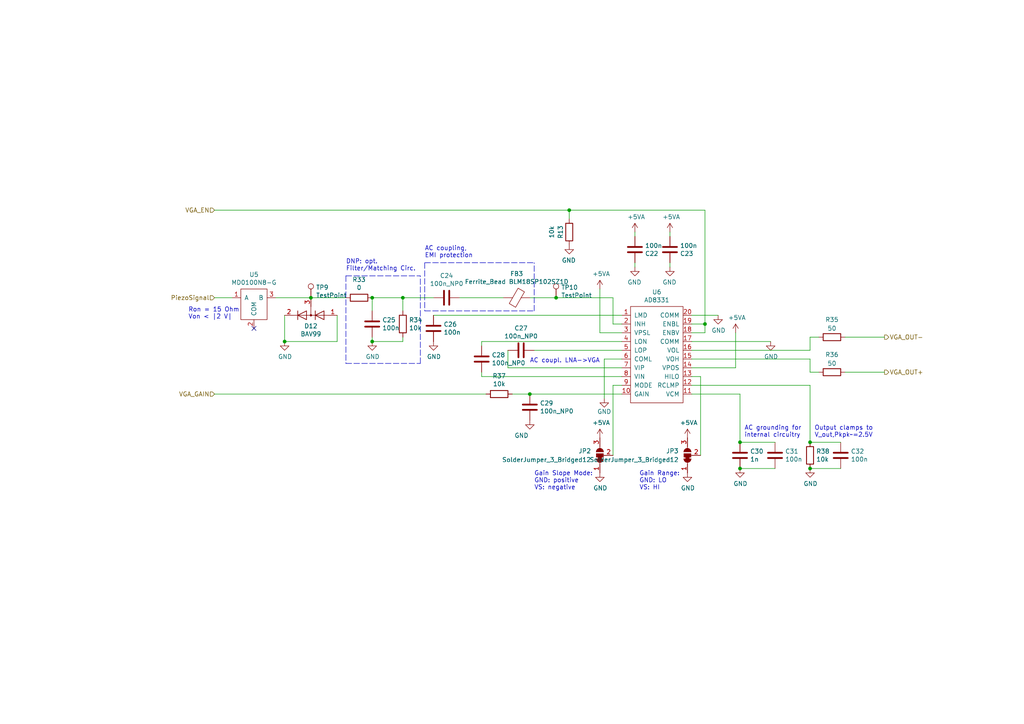
<source format=kicad_sch>
(kicad_sch (version 20211123) (generator eeschema)
  (paper "A4")
  (lib_symbols
    (symbol "Connector:TestPoint" (pin_numbers hide) (pin_names (offset 0.762) hide)
      (property "Reference" "TP" (at 0 6.858 0))
      (property "Value" "TestPoint" (at 0 5.08 0))
      (symbol "TestPoint_0_1"
        (circle (center 0 3.302) (radius 0.762))
      )
      (symbol "TestPoint_1_1"
        (pin passive line (at 0 0 90) (length 2.54) (name "1") (number "1"))
      )
    )
    (symbol "Device:C" (pin_numbers hide) (pin_names (offset 0.254))
      (property "Reference" "C" (at 0.635 2.54 0))
      (property "Value" "C" (at 0.635 -2.54 0))
      (symbol "C_0_1"
        (polyline (pts (xy -2.032 -0.762) (xy 2.032 -0.762)) (stroke (width 0.508)))
        (polyline (pts (xy -2.032 0.762) (xy 2.032 0.762)) (stroke (width 0.508)))
      )
      (symbol "C_1_1"
        (pin passive line (at 0 3.81 270) (length 2.794) (name "~") (number "1"))
        (pin passive line (at 0 -3.81 90) (length 2.794) (name "~") (number "2"))
      )
    )
    (symbol "Device:FerriteBead" (pin_numbers hide) (pin_names (offset 0))
      (property "Reference" "FB" (at -3.81 0.635 90))
      (property "Value" "FerriteBead" (at 3.81 0 90))
      (symbol "FerriteBead_0_1"
        (polyline (pts (xy 0 -1.27) (xy 0 -1.2192)))
        (polyline (pts (xy 0 1.27) (xy 0 1.2954)))
        (polyline (pts (xy -2.7686 0.4064) (xy -1.7018 2.2606) (xy 2.7686 -0.3048) (xy 1.6764 -2.159) (xy -2.7686 0.4064)))
      )
      (symbol "FerriteBead_1_1"
        (pin passive line (at 0 3.81 270) (length 2.54) (name "~") (number "1"))
        (pin passive line (at 0 -3.81 90) (length 2.54) (name "~") (number "2"))
      )
    )
    (symbol "Device:R" (pin_numbers hide) (pin_names (offset 0))
      (property "Reference" "R" (at 2.032 0 90))
      (property "Value" "R" (at 0 0 90))
      (symbol "R_0_1"
        (rectangle (start -1.016 -2.54) (end 1.016 2.54) (stroke (width 0.254)))
      )
      (symbol "R_1_1"
        (pin passive line (at 0 3.81 270) (length 1.27) (name "~") (number "1"))
        (pin passive line (at 0 -3.81 90) (length 1.27) (name "~") (number "2"))
      )
    )
    (symbol "Diode:BAV99" (pin_names hide)
      (property "Reference" "D" (at 0 5.08 0))
      (property "Value" "BAV99" (at 0 2.54 0))
      (symbol "BAV99_0_1"
        (polyline (pts (xy -5.08 0) (xy 5.08 0)))
      )
      (symbol "BAV99_1_1"
        (polyline (pts (xy 0 0) (xy 0 -2.54)))
        (polyline (pts (xy -1.27 -1.27) (xy -1.27 1.27) (xy -1.27 1.27)) (stroke (width 0.2032)))
        (polyline (pts (xy 3.81 1.27) (xy 3.81 -1.27) (xy 3.81 -1.27)) (stroke (width 0.2032)))
        (polyline (pts (xy -3.81 1.27) (xy -1.27 0) (xy -3.81 -1.27) (xy -3.81 1.27) (xy -3.81 1.27) (xy -3.81 1.27)) (stroke (width 0.2032)))
        (polyline (pts (xy 1.27 1.27) (xy 3.81 0) (xy 1.27 -1.27) (xy 1.27 1.27) (xy 1.27 1.27) (xy 1.27 1.27)) (stroke (width 0.2032)))
        (circle (center 0 0) (radius 0.254) (fill (type outline)))
        (pin passive line (at -7.62 0 0) (length 2.54) (name "K") (number "1"))
        (pin passive line (at 7.62 0 180) (length 2.54) (name "A") (number "2"))
        (pin passive line (at 0 -5.08 90) (length 2.54) (name "K") (number "3"))
      )
    )
    (symbol "Jumper:SolderJumper_3_Bridged12" (pin_names (offset 0) hide)
      (property "Reference" "JP" (at -2.54 -2.54 0))
      (property "Value" "SolderJumper_3_Bridged12" (at 0 2.794 0))
      (symbol "SolderJumper_3_Bridged12_0_1"
        (rectangle (start -1.016 0.508) (end -0.508 -0.508) (fill (type outline)))
        (arc (start -1.016 1.016) (mid -2.032 0) (end -1.016 -1.016))
        (arc (start -1.016 1.016) (mid -2.032 0) (end -1.016 -1.016) (fill (type outline)))
        (rectangle (start -0.508 1.016) (end 0.508 -1.016) (fill (type outline)))
        (polyline (pts (xy -2.54 0) (xy -2.032 0)))
        (polyline (pts (xy -1.016 1.016) (xy -1.016 -1.016)))
        (polyline (pts (xy 0 -1.27) (xy 0 -1.016)))
        (polyline (pts (xy 1.016 1.016) (xy 1.016 -1.016)))
        (polyline (pts (xy 2.54 0) (xy 2.032 0)))
        (arc (start 1.016 -1.016) (mid 2.032 0) (end 1.016 1.016))
        (arc (start 1.016 -1.016) (mid 2.032 0) (end 1.016 1.016) (fill (type outline)))
      )
      (symbol "SolderJumper_3_Bridged12_1_1"
        (pin passive line (at -5.08 0 0) (length 2.54) (name "A") (number "1"))
        (pin passive line (at 0 -3.81 90) (length 2.54) (name "C") (number "2"))
        (pin passive line (at 5.08 0 180) (length 2.54) (name "B") (number "3"))
      )
    )
    (symbol "UserLibrary:AD8331-Piezo_New" (pin_names (offset 1.016))
      (property "Reference" "U3" (at 0 13.081 0))
      (property "Value" "AD8331-Piezo_New" (at 0 10.7696 0))
      (symbol "AD8331-Piezo_New_0_1"
        (rectangle (start -7.62 8.89) (end 7.62 -19.05))
      )
      (symbol "AD8331-Piezo_New_1_1"
        (pin bidirectional line (at -10.16 6.35 0) (length 2.54) (name "LMD") (number "1"))
        (pin bidirectional line (at -10.16 -16.51 0) (length 2.54) (name "GAIN") (number "10"))
        (pin bidirectional line (at 10.16 -16.51 180) (length 2.54) (name "VCM") (number "11"))
        (pin bidirectional line (at 10.16 -13.97 180) (length 2.54) (name "RCLMP") (number "12"))
        (pin bidirectional line (at 10.16 -11.43 180) (length 2.54) (name "HILO") (number "13"))
        (pin bidirectional line (at 10.16 -8.89 180) (length 2.54) (name "VPOS") (number "14"))
        (pin bidirectional line (at 10.16 -6.35 180) (length 2.54) (name "VOH") (number "15"))
        (pin bidirectional line (at 10.16 -3.81 180) (length 2.54) (name "VOL") (number "16"))
        (pin bidirectional line (at 10.16 -1.27 180) (length 2.54) (name "COMM") (number "17"))
        (pin bidirectional line (at 10.16 1.27 180) (length 2.54) (name "ENBV") (number "18"))
        (pin bidirectional line (at 10.16 3.81 180) (length 2.54) (name "ENBL") (number "19"))
        (pin bidirectional line (at -10.16 3.81 0) (length 2.54) (name "INH") (number "2"))
        (pin bidirectional line (at 10.16 6.35 180) (length 2.54) (name "COMM") (number "20"))
        (pin bidirectional line (at -10.16 1.27 0) (length 2.54) (name "VPSL") (number "3"))
        (pin bidirectional line (at -10.16 -1.27 0) (length 2.54) (name "LON") (number "4"))
        (pin bidirectional line (at -10.16 -3.81 0) (length 2.54) (name "LOP") (number "5"))
        (pin bidirectional line (at -10.16 -6.35 0) (length 2.54) (name "COML") (number "6"))
        (pin bidirectional line (at -10.16 -8.89 0) (length 2.54) (name "VIP") (number "7"))
        (pin bidirectional line (at -10.16 -11.43 0) (length 2.54) (name "VIN") (number "8"))
        (pin bidirectional line (at -10.16 -13.97 0) (length 2.54) (name "MODE") (number "9"))
      )
    )
    (symbol "UserLibrary:MD0100N8-G-Piezo_New" (pin_names (offset 1.016))
      (property "Reference" "U1" (at 0 2.921 0))
      (property "Value" "MD0100N8-G-Piezo_New" (at 0 0.6096 0))
      (symbol "MD0100N8-G-Piezo_New_0_1"
        (rectangle (start 3.81 -1.27) (end -3.81 -10.16))
      )
      (symbol "MD0100N8-G-Piezo_New_1_1"
        (pin bidirectional line (at -6.35 -3.81 0) (length 2.54) (name "A") (number "1"))
        (pin bidirectional line (at 0 -12.7 90) (length 2.54) (name "COM") (number "2"))
        (pin bidirectional line (at 6.35 -3.81 180) (length 2.54) (name "B") (number "3"))
      )
    )
    (symbol "power:+5VA" (power) (pin_names (offset 0))
      (property "Value" "+5VA" (at 0 3.556 0))
      (symbol "+5VA_0_1"
        (polyline (pts (xy -0.762 1.27) (xy 0 2.54)))
        (polyline (pts (xy 0 0) (xy 0 2.54)))
        (polyline (pts (xy 0 2.54) (xy 0.762 1.27)))
      )
      (symbol "+5VA_1_1"
        (pin power_in line (at 0 0 90) (length 0) hide (name "+5VA") (number "1"))
      )
    )
    (symbol "power:GND" (power) (pin_names (offset 0))
      (property "Value" "GND" (at 0 -3.81 0))
      (symbol "GND_0_1"
        (polyline (pts (xy 0 0) (xy 0 -1.27) (xy 1.27 -1.27) (xy 0 -2.54) (xy -1.27 -1.27) (xy 0 -1.27)))
      )
      (symbol "GND_1_1"
        (pin power_in line (at 0 0 270) (length 0) hide (name "GND") (number "1"))
      )
    )
  )
  (junction (at 204.47 93.98))
  (junction (at 82.55 99.06))
  (junction (at 116.84 86.36))
  (junction (at 107.95 86.36))
  (junction (at 161.29 86.36))
  (junction (at 214.63 135.89))
  (junction (at 214.63 128.27))
  (junction (at 107.95 99.06))
  (junction (at 234.95 135.89))
  (junction (at 90.17 86.36))
  (junction (at 165.1 60.96))
  (junction (at 153.67 114.3))
  (junction (at 234.95 128.27))
  (no_connect (at 73.66 95.25))
  (wire (pts (xy 177.8 86.36) (xy 177.8 93.98)))
  (wire (pts (xy 147.32 101.6) (xy 147.32 106.68)))
  (wire (pts (xy 214.63 135.89) (xy 224.79 135.89)))
  (polyline (pts (xy 100.33 80.01) (xy 121.92 80.01)))
  (polyline (pts (xy 100.33 80.01) (xy 100.33 105.41)))
  (wire (pts (xy 200.66 99.06) (xy 223.52 99.06)))
  (wire (pts (xy 214.63 128.27) (xy 214.63 114.3)))
  (wire (pts (xy 200.66 106.68) (xy 213.36 106.68)))
  (wire (pts (xy 234.95 107.95) (xy 237.49 107.95)))
  (wire (pts (xy 116.84 86.36) (xy 125.73 86.36)))
  (wire (pts (xy 214.63 114.3) (xy 200.66 114.3)))
  (wire (pts (xy 234.95 101.6) (xy 234.95 97.79)))
  (wire (pts (xy 116.84 99.06) (xy 116.84 97.79)))
  (wire (pts (xy 165.1 63.5) (xy 165.1 60.96)))
  (wire (pts (xy 107.95 99.06) (xy 116.84 99.06)))
  (wire (pts (xy 148.59 114.3) (xy 153.67 114.3)))
  (wire (pts (xy 140.97 114.3) (xy 62.23 114.3)))
  (wire (pts (xy 139.7 99.06) (xy 180.34 99.06)))
  (polyline (pts (xy 154.94 90.17) (xy 154.94 76.2)))
  (wire (pts (xy 177.8 111.76) (xy 180.34 111.76)))
  (wire (pts (xy 80.01 86.36) (xy 90.17 86.36)))
  (wire (pts (xy 90.17 86.36) (xy 100.33 86.36)))
  (wire (pts (xy 204.47 96.52) (xy 200.66 96.52)))
  (wire (pts (xy 203.2 109.22) (xy 200.66 109.22)))
  (wire (pts (xy 139.7 107.95) (xy 139.7 109.22)))
  (wire (pts (xy 82.55 99.06) (xy 97.79 99.06)))
  (wire (pts (xy 82.55 91.44) (xy 82.55 99.06)))
  (wire (pts (xy 200.66 104.14) (xy 234.95 104.14)))
  (wire (pts (xy 175.26 104.14) (xy 175.26 115.57)))
  (wire (pts (xy 146.05 86.36) (xy 133.35 86.36)))
  (wire (pts (xy 173.99 83.82) (xy 173.99 96.52)))
  (polyline (pts (xy 123.19 76.2) (xy 154.94 76.2)))
  (wire (pts (xy 204.47 93.98) (xy 204.47 60.96)))
  (wire (pts (xy 203.2 109.22) (xy 203.2 132.08)))
  (wire (pts (xy 180.34 104.14) (xy 175.26 104.14)))
  (wire (pts (xy 234.95 128.27) (xy 243.84 128.27)))
  (wire (pts (xy 204.47 93.98) (xy 200.66 93.98)))
  (wire (pts (xy 107.95 86.36) (xy 116.84 86.36)))
  (wire (pts (xy 97.79 91.44) (xy 97.79 99.06)))
  (wire (pts (xy 213.36 96.52) (xy 213.36 106.68)))
  (wire (pts (xy 62.23 86.36) (xy 67.31 86.36)))
  (polyline (pts (xy 123.19 90.17) (xy 154.94 90.17)))
  (wire (pts (xy 125.73 91.44) (xy 180.34 91.44)))
  (wire (pts (xy 139.7 109.22) (xy 180.34 109.22)))
  (wire (pts (xy 204.47 93.98) (xy 204.47 96.52)))
  (wire (pts (xy 194.31 67.31) (xy 194.31 68.58)))
  (polyline (pts (xy 100.33 105.41) (xy 121.92 105.41)))
  (wire (pts (xy 234.95 128.27) (xy 234.95 111.76)))
  (wire (pts (xy 200.66 111.76) (xy 234.95 111.76)))
  (wire (pts (xy 194.31 77.47) (xy 194.31 76.2)))
  (polyline (pts (xy 123.19 76.2) (xy 123.19 90.17)))
  (wire (pts (xy 139.7 99.06) (xy 139.7 100.33)))
  (wire (pts (xy 173.99 96.52) (xy 180.34 96.52)))
  (wire (pts (xy 107.95 99.06) (xy 107.95 97.79)))
  (wire (pts (xy 204.47 60.96) (xy 165.1 60.96)))
  (wire (pts (xy 107.95 86.36) (xy 107.95 90.17)))
  (wire (pts (xy 184.15 77.47) (xy 184.15 76.2)))
  (wire (pts (xy 234.95 135.89) (xy 243.84 135.89)))
  (polyline (pts (xy 121.92 105.41) (xy 121.92 80.01)))
  (wire (pts (xy 154.94 101.6) (xy 180.34 101.6)))
  (wire (pts (xy 234.95 97.79) (xy 237.49 97.79)))
  (wire (pts (xy 177.8 111.76) (xy 177.8 132.08)))
  (wire (pts (xy 200.66 91.44) (xy 208.28 91.44)))
  (wire (pts (xy 245.11 107.95) (xy 256.54 107.95)))
  (wire (pts (xy 184.15 67.31) (xy 184.15 68.58)))
  (wire (pts (xy 153.67 86.36) (xy 161.29 86.36)))
  (wire (pts (xy 153.67 114.3) (xy 180.34 114.3)))
  (wire (pts (xy 165.1 60.96) (xy 62.23 60.96)))
  (wire (pts (xy 245.11 97.79) (xy 256.54 97.79)))
  (wire (pts (xy 234.95 104.14) (xy 234.95 107.95)))
  (wire (pts (xy 200.66 101.6) (xy 234.95 101.6)))
  (wire (pts (xy 147.32 106.68) (xy 180.34 106.68)))
  (wire (pts (xy 161.29 86.36) (xy 177.8 86.36)))
  (wire (pts (xy 214.63 128.27) (xy 224.79 128.27)))
  (wire (pts (xy 116.84 86.36) (xy 116.84 90.17)))
  (wire (pts (xy 177.8 93.98) (xy 180.34 93.98)))
  (text "DNP: opt. \nFilter/Matching Circ." (at 100.33 78.74 0) (effects (font (size 1.27 1.27)) (justify left bottom)))
  (text "Gain Range:\nGND: LO\nVS: HI" (at 185.42 142.24 0) (effects (font (size 1.27 1.27)) (justify left bottom)))
  (text "Output clamps to \nV_out,Pkpk~=2.5V" (at 236.22 127 0) (effects (font (size 1.27 1.27)) (justify left bottom)))
  (text "Gain Slope Mode:\nGND: positive\nVS: negative" (at 154.94 142.24 0) (effects (font (size 1.27 1.27)) (justify left bottom)))
  (text "Ron = 15 Ohm\nVon < |2 V|" (at 54.61 92.71 0) (effects (font (size 1.27 1.27)) (justify left bottom)))
  (text "AC coupling,\nEMI protection" (at 123.19 74.93 0) (effects (font (size 1.27 1.27)) (justify left bottom)))
  (text "AC grounding for \ninternal circuitry" (at 215.9 127 0) (effects (font (size 1.27 1.27)) (justify left bottom)))
  (text "AC coupl. LNA->VGA" (at 153.67 105.41 0) (effects (font (size 1.27 1.27)) (justify left bottom)))
  (hierarchical_label "PiezoSignal" (shape input) (at 62.23 86.36 180))
  (hierarchical_label "VGA_GAIN" (shape input) (at 62.23 114.3 180))
  (hierarchical_label "VGA_EN" (shape input) (at 62.23 60.96 180))
  (hierarchical_label "VGA_OUT-" (shape output) (at 256.54 97.79 0))
  (hierarchical_label "VGA_OUT+" (shape output) (at 256.54 107.95 0))
  (symbol (lib_id "Device:C") (at 139.7 104.14 180) (unit 1)
    (property "Reference" "C28" (at 142.621 102.9716 0) (effects (justify right)))
    (property "Value" "100n_NP0" (at 142.621 105.283 0) (effects (justify right)))
    (property "Footprint" "Capacitor_SMD:C_1206_3216Metric_Pad1.33x1.80mm_HandSolder" (effects hide))
  )
  (symbol (lib_id "power:+5VA") (at 173.99 127 0) (unit 1)
    (property "Reference" "#PWR065" (effects hide))
    (property "Value" "+5VA" (at 174.371 122.6058 0))
  )
  (symbol (lib_id "Device:C") (at 243.84 132.08 0) (unit 1)
    (property "Reference" "C32" (at 246.761 130.9116 0) (effects (justify left)))
    (property "Value" "100n" (at 246.761 133.223 0) (effects (justify left)))
    (property "Footprint" "Capacitor_SMD:C_0603_1608Metric_Pad1.08x0.95mm_HandSolder" (effects hide))
  )
  (symbol (lib_id "power:+5VA") (at 184.15 67.31 0) (unit 1)
    (property "Reference" "#PWR052" (effects hide))
    (property "Value" "+5VA" (at 184.531 62.9158 0))
  )
  (symbol (lib_id "Device:C") (at 184.15 72.39 0) (mirror x) (unit 1)
    (property "Reference" "C22" (at 187.071 73.5584 0) (effects (justify left)))
    (property "Value" "100n" (at 187.071 71.247 0) (effects (justify left)))
    (property "Footprint" "Capacitor_SMD:C_0603_1608Metric_Pad1.08x0.95mm_HandSolder" (effects hide))
  )
  (symbol (lib_id "power:GND") (at 234.95 135.89 0) (unit 1)
    (property "Reference" "#PWR068" (effects hide))
    (property "Value" "GND" (at 235.077 140.2842 0))
  )
  (symbol (lib_id "Device:C") (at 153.67 118.11 0) (unit 1)
    (property "Reference" "C29" (at 156.591 116.9416 0) (effects (justify left)))
    (property "Value" "100n_NP0" (at 156.591 119.253 0) (effects (justify left)))
    (property "Footprint" "Capacitor_SMD:C_1206_3216Metric_Pad1.33x1.80mm_HandSolder" (effects hide))
  )
  (symbol (lib_id "Jumper:SolderJumper_3_Bridged12") (at 173.99 132.08 90) (unit 1)
    (property "Reference" "JP2" (at 171.45 130.8099 90) (effects (justify left)))
    (property "Value" "SolderJumper_3_Bridged12" (at 171.45 133.3499 90) (effects (justify left)))
    (property "Footprint" "Jumper:SolderJumper-3_P1.3mm_Bridged12_RoundedPad1.0x1.5mm" (effects hide))
  )
  (symbol (lib_id "power:GND") (at 214.63 135.89 0) (unit 1)
    (property "Reference" "#PWR067" (effects hide))
    (property "Value" "GND" (at 214.757 140.2842 0))
  )
  (symbol (lib_id "Device:R") (at 116.84 93.98 0) (unit 1)
    (property "Reference" "R34" (at 118.618 92.8116 0) (effects (justify left)))
    (property "Value" "10k" (at 118.618 95.123 0) (effects (justify left)))
    (property "Footprint" "Resistor_SMD:R_0603_1608Metric_Pad0.98x0.95mm_HandSolder" (effects hide))
  )
  (symbol (lib_id "power:GND") (at 184.15 77.47 0) (mirror y) (unit 1)
    (property "Reference" "#PWR054" (effects hide))
    (property "Value" "GND" (at 184.023 81.8642 0))
  )
  (symbol (lib_id "power:+5VA") (at 194.31 67.31 0) (unit 1)
    (property "Reference" "#PWR053" (effects hide))
    (property "Value" "+5VA" (at 194.691 62.9158 0))
  )
  (symbol (lib_id "power:GND") (at 199.39 137.16 0) (unit 1)
    (property "Reference" "#PWR070" (effects hide))
    (property "Value" "GND" (at 199.517 141.5542 0))
  )
  (symbol (lib_id "Device:R") (at 165.1 67.31 180) (unit 1)
    (property "Reference" "R13" (at 162.56 67.31 90))
    (property "Value" "10k" (at 160.02 67.31 90))
    (property "Footprint" "Resistor_SMD:R_0603_1608Metric_Pad0.98x0.95mm_HandSolder" (effects hide))
  )
  (symbol (lib_id "power:GND") (at 125.73 99.06 0) (unit 1)
    (property "Reference" "#PWR061" (effects hide))
    (property "Value" "GND" (at 125.857 103.4542 0))
  )
  (symbol (lib_id "Device:R") (at 241.3 97.79 90) (unit 1)
    (property "Reference" "R35" (at 241.3 92.71 90))
    (property "Value" "50" (at 241.3 95.25 90))
    (property "Footprint" "Resistor_SMD:R_0603_1608Metric_Pad0.98x0.95mm_HandSolder" (effects hide))
  )
  (symbol (lib_id "power:GND") (at 208.28 91.44 0) (unit 1)
    (property "Reference" "#PWR057" (effects hide))
    (property "Value" "GND" (at 208.407 95.8342 0))
  )
  (symbol (lib_id "Device:C") (at 194.31 72.39 0) (mirror x) (unit 1)
    (property "Reference" "C23" (at 197.231 73.5584 0) (effects (justify left)))
    (property "Value" "100n" (at 197.231 71.247 0) (effects (justify left)))
    (property "Footprint" "Capacitor_SMD:C_0603_1608Metric_Pad1.08x0.95mm_HandSolder" (effects hide))
  )
  (symbol (lib_id "Device:C") (at 107.95 93.98 0) (unit 1)
    (property "Reference" "C25" (at 110.871 92.8116 0) (effects (justify left)))
    (property "Value" "100n" (at 110.871 95.123 0) (effects (justify left)))
    (property "Footprint" "Capacitor_SMD:C_0603_1608Metric_Pad1.08x0.95mm_HandSolder" (effects hide))
  )
  (symbol (lib_id "power:GND") (at 223.52 99.06 0) (unit 1)
    (property "Reference" "#PWR062" (effects hide))
    (property "Value" "GND" (at 223.647 103.4542 0))
  )
  (symbol (lib_id "Device:R") (at 241.3 107.95 90) (unit 1)
    (property "Reference" "R36" (at 241.3 102.87 90))
    (property "Value" "50" (at 241.3 105.41 90))
    (property "Footprint" "Resistor_SMD:R_0603_1608Metric_Pad0.98x0.95mm_HandSolder" (effects hide))
  )
  (symbol (lib_id "power:+5VA") (at 213.36 96.52 0) (unit 1)
    (property "Reference" "#PWR058" (effects hide))
    (property "Value" "+5VA" (at 213.741 92.1258 0))
  )
  (symbol (lib_id "Device:R") (at 234.95 132.08 0) (unit 1)
    (property "Reference" "R38" (at 236.728 130.9116 0) (effects (justify left)))
    (property "Value" "10k" (at 236.728 133.223 0) (effects (justify left)))
    (property "Footprint" "Resistor_SMD:R_0603_1608Metric_Pad0.98x0.95mm_HandSolder" (effects hide))
  )
  (symbol (lib_id "Device:FerriteBead") (at 149.86 86.36 270) (unit 1)
    (property "Reference" "FB3" (at 149.86 79.4004 90))
    (property "Value" "Ferrite_Bead BLM18SP102SZ1D" (at 149.86 81.7118 90))
    (property "Footprint" "Inductor_SMD:L_0603_1608Metric_Pad1.05x0.95mm_HandSolder" (effects hide))
  )
  (symbol (lib_id "power:GND") (at 107.95 99.06 0) (unit 1)
    (property "Reference" "#PWR060" (effects hide))
    (property "Value" "GND" (at 108.077 103.4542 0))
  )
  (symbol (lib_id "power:GND") (at 153.67 121.92 0) (unit 1)
    (property "Reference" "#PWR064" (effects hide))
    (property "Value" "GND" (at 151.257 126.3142 0))
  )
  (symbol (lib_id "UserLibrary:AD8331-Piezo_New") (at 190.5 97.79 0) (unit 1)
    (property "Reference" "U6" (at 190.5 84.709 0))
    (property "Value" "AD8331" (at 190.5 87.0204 0))
    (property "Footprint" "Package_SO:QSOP-20_3.9x8.7mm_P0.635mm" (effects hide))
    (property "Datasheet" "https://www.analog.com/media/en/technical-documentation/data-sheets/AD8331_8332_8334.pdf" (effects hide))
  )
  (symbol (lib_id "Connector:TestPoint") (at 90.17 86.36 0) (unit 1)
    (property "Reference" "TP9" (at 91.6432 83.3628 0) (effects (justify left)))
    (property "Value" "TestPoint" (at 91.6432 85.6742 0) (effects (justify left)))
    (property "Footprint" "TestPoint:TestPoint_Loop_D1.80mm_Drill1.0mm_Beaded" (effects hide))
  )
  (symbol (lib_id "power:GND") (at 194.31 77.47 0) (mirror y) (unit 1)
    (property "Reference" "#PWR055" (effects hide))
    (property "Value" "GND" (at 194.183 81.8642 0))
  )
  (symbol (lib_id "power:GND") (at 173.99 137.16 0) (unit 1)
    (property "Reference" "#PWR069" (effects hide))
    (property "Value" "GND" (at 174.117 141.5542 0))
  )
  (symbol (lib_id "Device:R") (at 144.78 114.3 270) (unit 1)
    (property "Reference" "R37" (at 144.78 109.0422 90))
    (property "Value" "10k" (at 144.78 111.3536 90))
    (property "Footprint" "Resistor_SMD:R_0603_1608Metric_Pad0.98x0.95mm_HandSolder" (effects hide))
  )
  (symbol (lib_id "power:GND") (at 175.26 115.57 0) (unit 1)
    (property "Reference" "#PWR063" (effects hide))
    (property "Value" "GND" (at 175.26 119.38 0))
  )
  (symbol (lib_id "Device:C") (at 125.73 95.25 0) (unit 1)
    (property "Reference" "C26" (at 128.651 94.0816 0) (effects (justify left)))
    (property "Value" "100n" (at 128.651 96.393 0) (effects (justify left)))
    (property "Footprint" "Capacitor_SMD:C_0603_1608Metric_Pad1.08x0.95mm_HandSolder" (effects hide))
  )
  (symbol (lib_id "power:+5VA") (at 199.39 127 0) (unit 1)
    (property "Reference" "#PWR066" (effects hide))
    (property "Value" "+5VA" (at 199.771 122.6058 0))
  )
  (symbol (lib_id "Device:C") (at 151.13 101.6 270) (unit 1)
    (property "Reference" "C27" (at 151.13 95.1992 90))
    (property "Value" "100n_NP0" (at 151.13 97.5106 90))
    (property "Footprint" "Capacitor_SMD:C_1206_3216Metric_Pad1.33x1.80mm_HandSolder" (effects hide))
  )
  (symbol (lib_id "Device:C") (at 214.63 132.08 0) (unit 1)
    (property "Reference" "C30" (at 217.551 130.9116 0) (effects (justify left)))
    (property "Value" "1n" (at 217.551 133.223 0) (effects (justify left)))
    (property "Footprint" "Capacitor_SMD:C_0603_1608Metric_Pad1.08x0.95mm_HandSolder" (effects hide))
  )
  (symbol (lib_id "power:GND") (at 82.55 99.06 0) (unit 1)
    (property "Reference" "#PWR059" (effects hide))
    (property "Value" "GND" (at 82.677 103.4542 0))
  )
  (symbol (lib_id "Jumper:SolderJumper_3_Bridged12") (at 199.39 132.08 90) (unit 1)
    (property "Reference" "JP3" (at 196.85 130.8099 90) (effects (justify left)))
    (property "Value" "SolderJumper_3_Bridged12" (at 196.85 133.3499 90) (effects (justify left)))
    (property "Footprint" "Jumper:SolderJumper-3_P1.3mm_Bridged12_RoundedPad1.0x1.5mm" (effects hide))
  )
  (symbol (lib_id "power:GND") (at 165.1 71.12 0) (mirror y) (unit 1)
    (property "Reference" "#PWR036" (effects hide))
    (property "Value" "GND" (at 164.973 75.5142 0))
  )
  (symbol (lib_id "power:+5VA") (at 173.99 83.82 0) (unit 1)
    (property "Reference" "#PWR056" (effects hide))
    (property "Value" "+5VA" (at 174.371 79.4258 0))
  )
  (symbol (lib_id "Connector:TestPoint") (at 161.29 86.36 0) (unit 1)
    (property "Reference" "TP10" (at 162.7632 83.3628 0) (effects (justify left)))
    (property "Value" "TestPoint" (at 162.7632 85.6742 0) (effects (justify left)))
    (property "Footprint" "TestPoint:TestPoint_Loop_D1.80mm_Drill1.0mm_Beaded" (effects hide))
  )
  (symbol (lib_id "Diode:BAV99") (at 90.17 91.44 180) (unit 1)
    (property "Reference" "D12" (at 90.17 94.5642 0))
    (property "Value" "BAV99" (at 90.17 96.8756 0))
    (property "Footprint" "Package_TO_SOT_SMD:SOT-23" (effects hide))
    (property "Datasheet" "https://assets.nexperia.com/documents/data-sheet/BAV99_SER.pdf" (effects hide))
  )
  (symbol (lib_id "Device:C") (at 129.54 86.36 270) (unit 1)
    (property "Reference" "C24" (at 129.54 79.9592 90))
    (property "Value" "100n_NP0" (at 129.54 82.2706 90))
    (property "Footprint" "Capacitor_SMD:C_1206_3216Metric_Pad1.33x1.80mm_HandSolder" (effects hide))
  )
  (symbol (lib_id "Device:C") (at 224.79 132.08 0) (unit 1)
    (property "Reference" "C31" (at 227.711 130.9116 0) (effects (justify left)))
    (property "Value" "100n" (at 227.711 133.223 0) (effects (justify left)))
    (property "Footprint" "Capacitor_SMD:C_0603_1608Metric_Pad1.08x0.95mm_HandSolder" (effects hide))
  )
  (symbol (lib_id "Device:R") (at 104.14 86.36 270) (unit 1)
    (property "Reference" "R33" (at 104.14 81.1022 90))
    (property "Value" "0" (at 104.14 83.4136 90))
    (property "Footprint" "Resistor_SMD:R_0603_1608Metric_Pad0.98x0.95mm_HandSolder" (effects hide))
  )
  (symbol (lib_id "UserLibrary:MD0100N8-G-Piezo_New") (at 73.66 82.55 0) (unit 1)
    (property "Reference" "U5" (at 73.66 79.629 0))
    (property "Value" "MD0100N8-G" (at 73.66 81.9404 0))
    (property "Footprint" "Package_TO_SOT_SMD:SOT-89-3_Handsoldering" (effects hide))
  )
)
</source>
